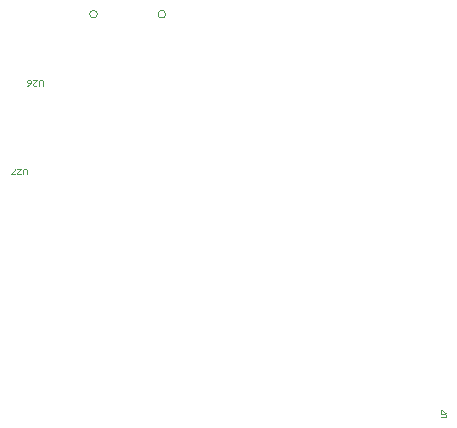
<source format=gm1>
G04*
G04 #@! TF.GenerationSoftware,Altium Limited,Altium Designer,23.1.1 (15)*
G04*
G04 Layer_Color=16711935*
%FSLAX44Y44*%
%MOMM*%
G71*
G04*
G04 #@! TF.SameCoordinates,D1EA7B9B-11C4-41B5-954D-5070AA3C9977*
G04*
G04*
G04 #@! TF.FilePolarity,Positive*
G04*
G01*
G75*
%ADD10C,0.1000*%
%ADD187C,0.0051*%
%ADD188C,0.0600*%
D10*
X198717Y524606D02*
Y528772D01*
X197884Y529605D01*
X196218D01*
X195385Y528772D01*
Y524606D01*
X190387Y529605D02*
X193719D01*
X190387Y526273D01*
Y525439D01*
X191220Y524606D01*
X192886D01*
X193719Y525439D01*
X185388Y524606D02*
X187055Y525439D01*
X188721Y527105D01*
Y528772D01*
X187888Y529605D01*
X186221D01*
X185388Y528772D01*
Y527939D01*
X186221Y527105D01*
X188721D01*
X185450Y449542D02*
Y453707D01*
X184617Y454540D01*
X182951D01*
X182118Y453707D01*
Y449542D01*
X177119Y454540D02*
X180452D01*
X177119Y451208D01*
Y450375D01*
X177952Y449542D01*
X179619D01*
X180452Y450375D01*
X175453Y449542D02*
X172121D01*
Y450375D01*
X175453Y453707D01*
Y454540D01*
D187*
X244860Y585290D02*
G03*
X244860Y585290I-3250J0D01*
G01*
X302660D02*
G03*
X302660Y585290I-3250J0D01*
G01*
D188*
X535751Y243840D02*
X539084D01*
X539750Y244506D01*
Y245839D01*
X539084Y246506D01*
X535751D01*
Y247839D02*
Y250504D01*
X536418D01*
X539084Y247839D01*
X539750D01*
M02*

</source>
